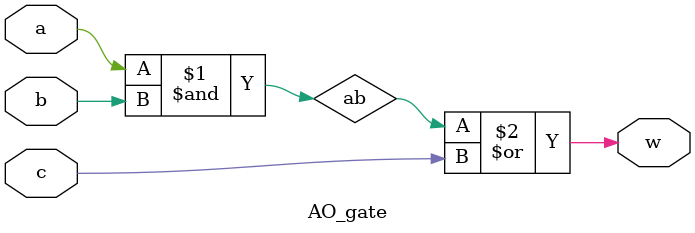
<source format=sv>
module AO_gate (input a , b , c,output w);
	logic ab;
	and #(13,17) U1 (ab,a,b);
	or  #(19,17) U2 (w,ab,c);
endmodule
</source>
